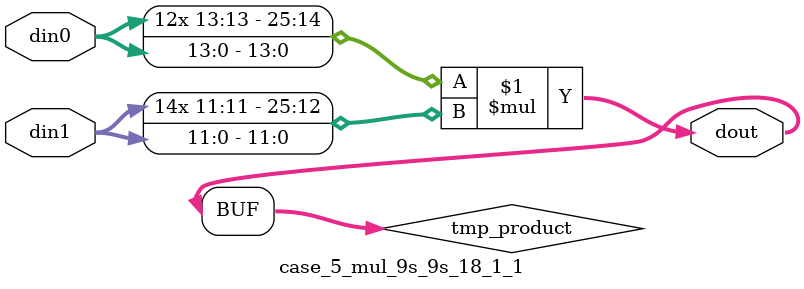
<source format=v>

`timescale 1 ns / 1 ps

 (* use_dsp = "no" *)  module case_5_mul_9s_9s_18_1_1(din0, din1, dout);
parameter ID = 1;
parameter NUM_STAGE = 0;
parameter din0_WIDTH = 14;
parameter din1_WIDTH = 12;
parameter dout_WIDTH = 26;

input [din0_WIDTH - 1 : 0] din0; 
input [din1_WIDTH - 1 : 0] din1; 
output [dout_WIDTH - 1 : 0] dout;

wire signed [dout_WIDTH - 1 : 0] tmp_product;



























assign tmp_product = $signed(din0) * $signed(din1);








assign dout = tmp_product;





















endmodule

</source>
